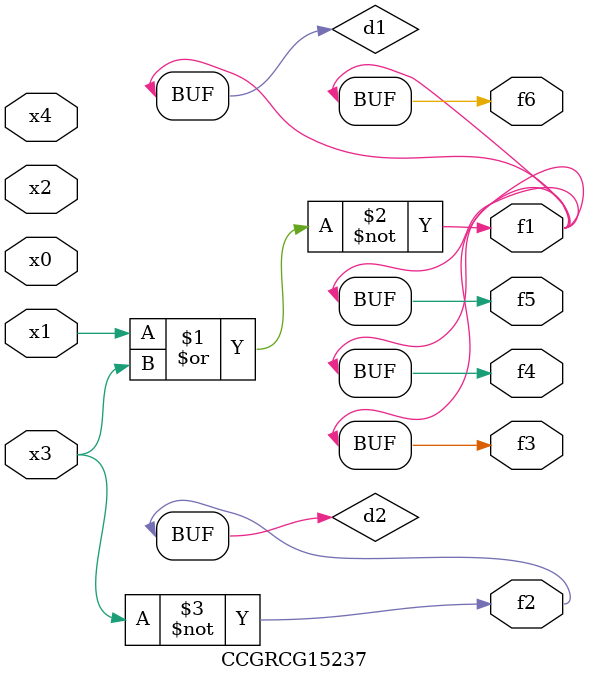
<source format=v>
module CCGRCG15237(
	input x0, x1, x2, x3, x4,
	output f1, f2, f3, f4, f5, f6
);

	wire d1, d2;

	nor (d1, x1, x3);
	not (d2, x3);
	assign f1 = d1;
	assign f2 = d2;
	assign f3 = d1;
	assign f4 = d1;
	assign f5 = d1;
	assign f6 = d1;
endmodule

</source>
